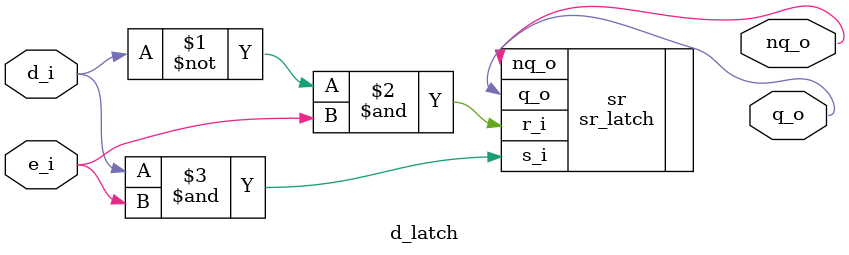
<source format=v>
`timescale 1ns/10ps

module d_latch(
	input wire d_i,
	input wire e_i,
	output wire q_o,
	output wire nq_o
);

sr_latch sr(
	.r_i((~d_i)&e_i),
	.s_i(d_i&e_i),
	.q_o(q_o),
	.nq_o(nq_o)
);

endmodule


</source>
